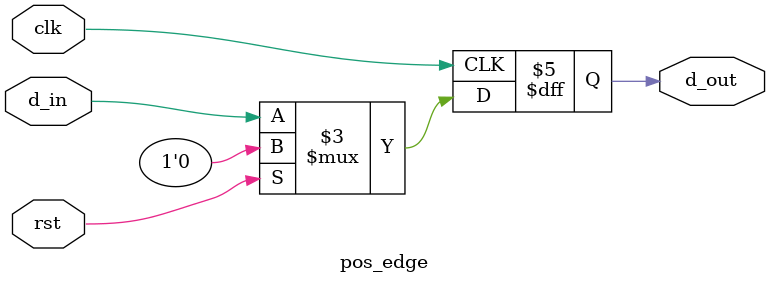
<source format=v>
module pos_edge (clk, rst, d_in, d_out);

  input d_in, clk, rst;
  output reg d_out;

   always @(posedge clk)
     begin
	if(rst)
	 d_out<= 0;
	else
         d_out <= d_in;
     end

endmodule

</source>
